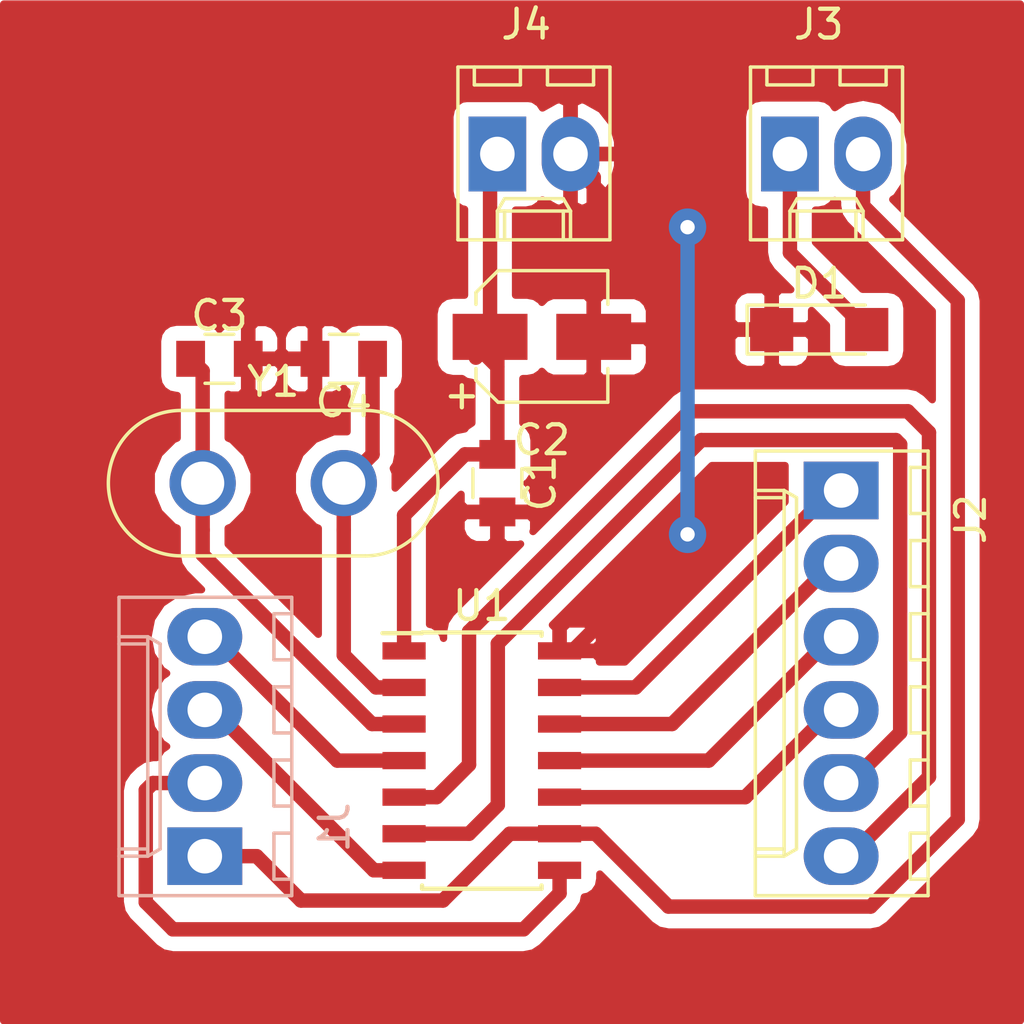
<source format=kicad_pcb>
(kicad_pcb (version 20170123) (host pcbnew "(2017-05-03 revision c70adcdf3)-master")

  (general
    (links 25)
    (no_connects 0)
    (area 104.14 47.8365 139.700001 83.820001)
    (thickness 1.6)
    (drawings 0)
    (tracks 101)
    (zones 0)
    (modules 11)
    (nets 16)
  )

  (page A4)
  (layers
    (0 F.Cu signal)
    (31 B.Cu signal)
    (32 B.Adhes user)
    (33 F.Adhes user)
    (34 B.Paste user)
    (35 F.Paste user)
    (36 B.SilkS user)
    (37 F.SilkS user)
    (38 B.Mask user)
    (39 F.Mask user)
    (40 Dwgs.User user)
    (41 Cmts.User user)
    (42 Eco1.User user)
    (43 Eco2.User user)
    (44 Edge.Cuts user)
    (45 Margin user)
    (46 B.CrtYd user)
    (47 F.CrtYd user)
    (48 B.Fab user)
    (49 F.Fab user)
  )

  (setup
    (last_trace_width 0.5)
    (trace_clearance 0.5)
    (zone_clearance 0.508)
    (zone_45_only no)
    (trace_min 0.2)
    (segment_width 0.2)
    (edge_width 0.15)
    (via_size 1.3)
    (via_drill 0.5)
    (via_min_size 0.4)
    (via_min_drill 0.3)
    (uvia_size 0.3)
    (uvia_drill 0.1)
    (uvias_allowed no)
    (uvia_min_size 0.2)
    (uvia_min_drill 0.1)
    (pcb_text_width 0.3)
    (pcb_text_size 1.5 1.5)
    (mod_edge_width 0.15)
    (mod_text_size 1 1)
    (mod_text_width 0.15)
    (pad_size 1.524 1.524)
    (pad_drill 0.762)
    (pad_to_mask_clearance 0.2)
    (aux_axis_origin 0 0)
    (visible_elements FFFFFF7F)
    (pcbplotparams
      (layerselection 0x00030_ffffffff)
      (usegerberextensions false)
      (excludeedgelayer true)
      (linewidth 0.100000)
      (plotframeref false)
      (viasonmask false)
      (mode 1)
      (useauxorigin false)
      (hpglpennumber 1)
      (hpglpenspeed 20)
      (hpglpendiameter 15)
      (psnegative false)
      (psa4output false)
      (plotreference true)
      (plotvalue true)
      (plotinvisibletext false)
      (padsonsilk false)
      (subtractmaskfromsilk false)
      (outputformat 1)
      (mirror false)
      (drillshape 1)
      (scaleselection 1)
      (outputdirectory ""))
  )

  (net 0 "")
  (net 1 GND)
  (net 2 "Net-(D1-Pad2)")
  (net 3 /adc0)
  (net 4 /adc1)
  (net 5 /adc2)
  (net 6 /adc3)
  (net 7 /sck)
  (net 8 /miso)
  (net 9 /mosi)
  (net 10 "Net-(J2-Pad5)")
  (net 11 /ckout)
  (net 12 /reset)
  (net 13 /xtal2)
  (net 14 /xtal1)
  (net 15 +3V3)

  (net_class Default "This is the default net class."
    (clearance 0.5)
    (trace_width 0.5)
    (via_dia 1.3)
    (via_drill 0.5)
    (uvia_dia 0.3)
    (uvia_drill 0.1)
    (add_net +3V3)
    (add_net /adc0)
    (add_net /adc1)
    (add_net /adc2)
    (add_net /adc3)
    (add_net /ckout)
    (add_net /miso)
    (add_net /mosi)
    (add_net /reset)
    (add_net /sck)
    (add_net /xtal1)
    (add_net /xtal2)
    (add_net GND)
    (add_net "Net-(D1-Pad2)")
    (add_net "Net-(J2-Pad5)")
  )

  (module Connectors_Molex:Molex_KK-6410-02_02x2.54mm_Straight (layer F.Cu) (tedit 58EE6EE4) (tstamp 593B83A4)
    (at 121.412 53.594)
    (descr "Connector Headers with Friction Lock, 22-27-2021, http://www.molex.com/pdm_docs/sd/022272021_sd.pdf")
    (tags "connector molex kk_6410 22-27-2021")
    (path /59374EBB)
    (fp_text reference J4 (at 1 -4.5) (layer F.SilkS)
      (effects (font (size 1 1) (thickness 0.15)))
    )
    (fp_text value CONN_01X02 (at 1.27 4.5) (layer F.Fab)
      (effects (font (size 1 1) (thickness 0.15)))
    )
    (fp_text user %R (at 1.27 0) (layer F.Fab)
      (effects (font (size 1 1) (thickness 0.15)))
    )
    (fp_line (start 4.45 3.5) (end -1.9 3.5) (layer F.CrtYd) (width 0.05))
    (fp_line (start 4.45 -3.55) (end 4.45 3.5) (layer F.CrtYd) (width 0.05))
    (fp_line (start -1.9 -3.55) (end 4.45 -3.55) (layer F.CrtYd) (width 0.05))
    (fp_line (start -1.9 3.5) (end -1.9 -3.55) (layer F.CrtYd) (width 0.05))
    (fp_line (start 3.34 -2.4) (end 3.34 -3.02) (layer F.SilkS) (width 0.12))
    (fp_line (start 1.74 -2.4) (end 3.34 -2.4) (layer F.SilkS) (width 0.12))
    (fp_line (start 1.74 -3.02) (end 1.74 -2.4) (layer F.SilkS) (width 0.12))
    (fp_line (start 0.8 -2.4) (end 0.8 -3.02) (layer F.SilkS) (width 0.12))
    (fp_line (start -0.8 -2.4) (end 0.8 -2.4) (layer F.SilkS) (width 0.12))
    (fp_line (start -0.8 -3.02) (end -0.8 -2.4) (layer F.SilkS) (width 0.12))
    (fp_line (start 2.29 2.98) (end 2.29 1.98) (layer F.SilkS) (width 0.12))
    (fp_line (start 0.25 2.98) (end 0.25 1.98) (layer F.SilkS) (width 0.12))
    (fp_line (start 2.29 1.55) (end 2.54 1.98) (layer F.SilkS) (width 0.12))
    (fp_line (start 0.25 1.55) (end 2.29 1.55) (layer F.SilkS) (width 0.12))
    (fp_line (start 0 1.98) (end 0.25 1.55) (layer F.SilkS) (width 0.12))
    (fp_line (start 2.54 1.98) (end 2.54 2.98) (layer F.SilkS) (width 0.12))
    (fp_line (start 0 1.98) (end 2.54 1.98) (layer F.SilkS) (width 0.12))
    (fp_line (start 0 2.98) (end 0 1.98) (layer F.SilkS) (width 0.12))
    (fp_line (start 3.91 -3.02) (end -1.37 -3.02) (layer F.SilkS) (width 0.12))
    (fp_line (start 3.91 2.98) (end 3.91 -3.02) (layer F.SilkS) (width 0.12))
    (fp_line (start -1.37 2.98) (end 3.91 2.98) (layer F.SilkS) (width 0.12))
    (fp_line (start -1.37 -3.02) (end -1.37 2.98) (layer F.SilkS) (width 0.12))
    (fp_line (start 4.01 -3.12) (end -1.47 -3.12) (layer F.Fab) (width 0.12))
    (fp_line (start 4.01 3.08) (end 4.01 -3.12) (layer F.Fab) (width 0.12))
    (fp_line (start -1.47 3.08) (end 4.01 3.08) (layer F.Fab) (width 0.12))
    (fp_line (start -1.47 -3.12) (end -1.47 3.08) (layer F.Fab) (width 0.12))
    (pad 2 thru_hole oval (at 2.54 0) (size 2 2.6) (drill 1.2) (layers *.Cu *.Mask)
      (net 1 GND))
    (pad 1 thru_hole rect (at 0 0) (size 2 2.6) (drill 1.2) (layers *.Cu *.Mask)
      (net 15 +3V3))
    (model ${KISYS3DMOD}/Connectors_Molex.3dshapes/Molex_KK-6410-02_02x2.54mm_Straight.wrl
      (at (xyz 0 0 0))
      (scale (xyz 1 1 1))
      (rotate (xyz 0 0 0))
    )
  )

  (module Capacitors_SMD:CP_Elec_4x4.5 (layer F.Cu) (tedit 58AA85E3) (tstamp 593AE125)
    (at 122.958 59.944)
    (descr "SMT capacitor, aluminium electrolytic, 4x4.5")
    (path /59371E5E)
    (attr smd)
    (fp_text reference C2 (at 0 3.58 180) (layer F.SilkS)
      (effects (font (size 1 1) (thickness 0.15)))
    )
    (fp_text value 4.7u (at 0 -3.45 180) (layer F.Fab)
      (effects (font (size 1 1) (thickness 0.15)))
    )
    (fp_line (start 3.35 2.37) (end -3.35 2.37) (layer F.CrtYd) (width 0.05))
    (fp_line (start 3.35 2.37) (end 3.35 -2.4) (layer F.CrtYd) (width 0.05))
    (fp_line (start -3.35 -2.4) (end -3.35 2.37) (layer F.CrtYd) (width 0.05))
    (fp_line (start -3.35 -2.4) (end 3.35 -2.4) (layer F.CrtYd) (width 0.05))
    (fp_line (start -1.52 2.27) (end -2.29 1.51) (layer F.SilkS) (width 0.12))
    (fp_line (start -1.52 2.27) (end 2.29 2.27) (layer F.SilkS) (width 0.12))
    (fp_line (start -1.52 -2.3) (end -2.29 -1.54) (layer F.SilkS) (width 0.12))
    (fp_line (start -1.52 -2.3) (end 2.29 -2.3) (layer F.SilkS) (width 0.12))
    (fp_line (start -2.29 -1.54) (end -2.29 -1.13) (layer F.SilkS) (width 0.12))
    (fp_line (start -2.29 1.51) (end -2.29 1.1) (layer F.SilkS) (width 0.12))
    (fp_line (start 2.29 2.27) (end 2.29 1.1) (layer F.SilkS) (width 0.12))
    (fp_line (start 2.29 -2.3) (end 2.29 -1.13) (layer F.SilkS) (width 0.12))
    (fp_line (start 2.13 -2.15) (end -1.46 -2.15) (layer F.Fab) (width 0.1))
    (fp_line (start -1.46 -2.15) (end -2.13 -1.47) (layer F.Fab) (width 0.1))
    (fp_line (start -2.13 -1.47) (end -2.13 1.45) (layer F.Fab) (width 0.1))
    (fp_line (start -2.13 1.45) (end -1.46 2.12) (layer F.Fab) (width 0.1))
    (fp_line (start -1.46 2.12) (end 2.13 2.12) (layer F.Fab) (width 0.1))
    (fp_line (start 2.13 2.12) (end 2.13 -2.15) (layer F.Fab) (width 0.1))
    (fp_text user %R (at 0 3.58 180) (layer F.Fab)
      (effects (font (size 1 1) (thickness 0.15)))
    )
    (fp_text user + (at -2.78 1.99 180) (layer F.SilkS)
      (effects (font (size 1 1) (thickness 0.15)))
    )
    (fp_text user + (at -1.24 -0.08) (layer F.Fab)
      (effects (font (size 1 1) (thickness 0.15)))
    )
    (fp_circle (center 0 0) (end 0.1 2.1) (layer F.Fab) (width 0.1))
    (pad 2 smd rect (at 1.8 0 180) (size 2.6 1.6) (layers F.Cu F.Paste F.Mask)
      (net 1 GND))
    (pad 1 smd rect (at -1.8 0 180) (size 2.6 1.6) (layers F.Cu F.Paste F.Mask)
      (net 15 +3V3))
    (model Capacitors_SMD.3dshapes/CP_Elec_4x4.5.wrl
      (at (xyz 0 0 0))
      (scale (xyz 1 1 1))
      (rotate (xyz 0 0 180))
    )
  )

  (module Capacitors_SMD:C_0805 (layer F.Cu) (tedit 58AA8463) (tstamp 593AE0D5)
    (at 111.76 60.706)
    (descr "Capacitor SMD 0805, reflow soldering, AVX (see smccp.pdf)")
    (tags "capacitor 0805")
    (path /59373790)
    (attr smd)
    (fp_text reference C3 (at 0 -1.5) (layer F.SilkS)
      (effects (font (size 1 1) (thickness 0.15)))
    )
    (fp_text value 22p (at 0 1.75) (layer F.Fab)
      (effects (font (size 1 1) (thickness 0.15)))
    )
    (fp_line (start 1.75 0.87) (end -1.75 0.87) (layer F.CrtYd) (width 0.05))
    (fp_line (start 1.75 0.87) (end 1.75 -0.88) (layer F.CrtYd) (width 0.05))
    (fp_line (start -1.75 -0.88) (end -1.75 0.87) (layer F.CrtYd) (width 0.05))
    (fp_line (start -1.75 -0.88) (end 1.75 -0.88) (layer F.CrtYd) (width 0.05))
    (fp_line (start -0.5 0.85) (end 0.5 0.85) (layer F.SilkS) (width 0.12))
    (fp_line (start 0.5 -0.85) (end -0.5 -0.85) (layer F.SilkS) (width 0.12))
    (fp_line (start -1 -0.62) (end 1 -0.62) (layer F.Fab) (width 0.1))
    (fp_line (start 1 -0.62) (end 1 0.62) (layer F.Fab) (width 0.1))
    (fp_line (start 1 0.62) (end -1 0.62) (layer F.Fab) (width 0.1))
    (fp_line (start -1 0.62) (end -1 -0.62) (layer F.Fab) (width 0.1))
    (fp_text user %R (at 0 -1.5) (layer F.Fab)
      (effects (font (size 1 1) (thickness 0.15)))
    )
    (pad 2 smd rect (at 1 0) (size 1 1.25) (layers F.Cu F.Paste F.Mask)
      (net 1 GND))
    (pad 1 smd rect (at -1 0) (size 1 1.25) (layers F.Cu F.Paste F.Mask)
      (net 13 /xtal2))
    (model Capacitors_SMD.3dshapes/C_0805.wrl
      (at (xyz 0 0 0))
      (scale (xyz 1 1 1))
      (rotate (xyz 0 0 0))
    )
  )

  (module Capacitors_SMD:C_0805 (layer F.Cu) (tedit 58AA8463) (tstamp 59399F28)
    (at 116.078 60.706 180)
    (descr "Capacitor SMD 0805, reflow soldering, AVX (see smccp.pdf)")
    (tags "capacitor 0805")
    (path /59373860)
    (attr smd)
    (fp_text reference C4 (at 0 -1.5 180) (layer F.SilkS)
      (effects (font (size 1 1) (thickness 0.15)))
    )
    (fp_text value 22p (at 0 1.75 180) (layer F.Fab)
      (effects (font (size 1 1) (thickness 0.15)))
    )
    (fp_text user %R (at 0 -1.5 180) (layer F.Fab)
      (effects (font (size 1 1) (thickness 0.15)))
    )
    (fp_line (start -1 0.62) (end -1 -0.62) (layer F.Fab) (width 0.1))
    (fp_line (start 1 0.62) (end -1 0.62) (layer F.Fab) (width 0.1))
    (fp_line (start 1 -0.62) (end 1 0.62) (layer F.Fab) (width 0.1))
    (fp_line (start -1 -0.62) (end 1 -0.62) (layer F.Fab) (width 0.1))
    (fp_line (start 0.5 -0.85) (end -0.5 -0.85) (layer F.SilkS) (width 0.12))
    (fp_line (start -0.5 0.85) (end 0.5 0.85) (layer F.SilkS) (width 0.12))
    (fp_line (start -1.75 -0.88) (end 1.75 -0.88) (layer F.CrtYd) (width 0.05))
    (fp_line (start -1.75 -0.88) (end -1.75 0.87) (layer F.CrtYd) (width 0.05))
    (fp_line (start 1.75 0.87) (end 1.75 -0.88) (layer F.CrtYd) (width 0.05))
    (fp_line (start 1.75 0.87) (end -1.75 0.87) (layer F.CrtYd) (width 0.05))
    (pad 1 smd rect (at -1 0 180) (size 1 1.25) (layers F.Cu F.Paste F.Mask)
      (net 14 /xtal1))
    (pad 2 smd rect (at 1 0 180) (size 1 1.25) (layers F.Cu F.Paste F.Mask)
      (net 1 GND))
    (model Capacitors_SMD.3dshapes/C_0805.wrl
      (at (xyz 0 0 0))
      (scale (xyz 1 1 1))
      (rotate (xyz 0 0 0))
    )
  )

  (module Capacitors_SMD:C_0805 (layer F.Cu) (tedit 58AA8463) (tstamp 59399EF7)
    (at 121.412 65.024 270)
    (descr "Capacitor SMD 0805, reflow soldering, AVX (see smccp.pdf)")
    (tags "capacitor 0805")
    (path /59371DBA)
    (attr smd)
    (fp_text reference C1 (at 0 -1.5 270) (layer F.SilkS)
      (effects (font (size 1 1) (thickness 0.15)))
    )
    (fp_text value 0.1u (at 0 1.75 270) (layer F.Fab)
      (effects (font (size 1 1) (thickness 0.15)))
    )
    (fp_line (start 1.75 0.87) (end -1.75 0.87) (layer F.CrtYd) (width 0.05))
    (fp_line (start 1.75 0.87) (end 1.75 -0.88) (layer F.CrtYd) (width 0.05))
    (fp_line (start -1.75 -0.88) (end -1.75 0.87) (layer F.CrtYd) (width 0.05))
    (fp_line (start -1.75 -0.88) (end 1.75 -0.88) (layer F.CrtYd) (width 0.05))
    (fp_line (start -0.5 0.85) (end 0.5 0.85) (layer F.SilkS) (width 0.12))
    (fp_line (start 0.5 -0.85) (end -0.5 -0.85) (layer F.SilkS) (width 0.12))
    (fp_line (start -1 -0.62) (end 1 -0.62) (layer F.Fab) (width 0.1))
    (fp_line (start 1 -0.62) (end 1 0.62) (layer F.Fab) (width 0.1))
    (fp_line (start 1 0.62) (end -1 0.62) (layer F.Fab) (width 0.1))
    (fp_line (start -1 0.62) (end -1 -0.62) (layer F.Fab) (width 0.1))
    (fp_text user %R (at 0 -1.5 270) (layer F.Fab)
      (effects (font (size 1 1) (thickness 0.15)))
    )
    (pad 2 smd rect (at 1 0 270) (size 1 1.25) (layers F.Cu F.Paste F.Mask)
      (net 1 GND))
    (pad 1 smd rect (at -1 0 270) (size 1 1.25) (layers F.Cu F.Paste F.Mask)
      (net 15 +3V3))
    (model Capacitors_SMD.3dshapes/C_0805.wrl
      (at (xyz 0 0 0))
      (scale (xyz 1 1 1))
      (rotate (xyz 0 0 0))
    )
  )

  (module Connectors_Molex:Molex_KK-6410-02_02x2.54mm_Straight (layer F.Cu) (tedit 58EE6EE4) (tstamp 59399D5B)
    (at 131.572 53.594)
    (descr "Connector Headers with Friction Lock, 22-27-2021, http://www.molex.com/pdm_docs/sd/022272021_sd.pdf")
    (tags "connector molex kk_6410 22-27-2021")
    (path /593741A9)
    (fp_text reference J3 (at 1 -4.5) (layer F.SilkS)
      (effects (font (size 1 1) (thickness 0.15)))
    )
    (fp_text value SCKLED (at 1.27 4.5) (layer F.Fab)
      (effects (font (size 1 1) (thickness 0.15)))
    )
    (fp_text user %R (at 1.27 0) (layer F.Fab)
      (effects (font (size 1 1) (thickness 0.15)))
    )
    (fp_line (start 4.45 3.5) (end -1.9 3.5) (layer F.CrtYd) (width 0.05))
    (fp_line (start 4.45 -3.55) (end 4.45 3.5) (layer F.CrtYd) (width 0.05))
    (fp_line (start -1.9 -3.55) (end 4.45 -3.55) (layer F.CrtYd) (width 0.05))
    (fp_line (start -1.9 3.5) (end -1.9 -3.55) (layer F.CrtYd) (width 0.05))
    (fp_line (start 3.34 -2.4) (end 3.34 -3.02) (layer F.SilkS) (width 0.12))
    (fp_line (start 1.74 -2.4) (end 3.34 -2.4) (layer F.SilkS) (width 0.12))
    (fp_line (start 1.74 -3.02) (end 1.74 -2.4) (layer F.SilkS) (width 0.12))
    (fp_line (start 0.8 -2.4) (end 0.8 -3.02) (layer F.SilkS) (width 0.12))
    (fp_line (start -0.8 -2.4) (end 0.8 -2.4) (layer F.SilkS) (width 0.12))
    (fp_line (start -0.8 -3.02) (end -0.8 -2.4) (layer F.SilkS) (width 0.12))
    (fp_line (start 2.29 2.98) (end 2.29 1.98) (layer F.SilkS) (width 0.12))
    (fp_line (start 0.25 2.98) (end 0.25 1.98) (layer F.SilkS) (width 0.12))
    (fp_line (start 2.29 1.55) (end 2.54 1.98) (layer F.SilkS) (width 0.12))
    (fp_line (start 0.25 1.55) (end 2.29 1.55) (layer F.SilkS) (width 0.12))
    (fp_line (start 0 1.98) (end 0.25 1.55) (layer F.SilkS) (width 0.12))
    (fp_line (start 2.54 1.98) (end 2.54 2.98) (layer F.SilkS) (width 0.12))
    (fp_line (start 0 1.98) (end 2.54 1.98) (layer F.SilkS) (width 0.12))
    (fp_line (start 0 2.98) (end 0 1.98) (layer F.SilkS) (width 0.12))
    (fp_line (start 3.91 -3.02) (end -1.37 -3.02) (layer F.SilkS) (width 0.12))
    (fp_line (start 3.91 2.98) (end 3.91 -3.02) (layer F.SilkS) (width 0.12))
    (fp_line (start -1.37 2.98) (end 3.91 2.98) (layer F.SilkS) (width 0.12))
    (fp_line (start -1.37 -3.02) (end -1.37 2.98) (layer F.SilkS) (width 0.12))
    (fp_line (start 4.01 -3.12) (end -1.47 -3.12) (layer F.Fab) (width 0.12))
    (fp_line (start 4.01 3.08) (end 4.01 -3.12) (layer F.Fab) (width 0.12))
    (fp_line (start -1.47 3.08) (end 4.01 3.08) (layer F.Fab) (width 0.12))
    (fp_line (start -1.47 -3.12) (end -1.47 3.08) (layer F.Fab) (width 0.12))
    (pad 2 thru_hole oval (at 2.54 0) (size 2 2.6) (drill 1.2) (layers *.Cu *.Mask)
      (net 7 /sck))
    (pad 1 thru_hole rect (at 0 0) (size 2 2.6) (drill 1.2) (layers *.Cu *.Mask)
      (net 2 "Net-(D1-Pad2)"))
    (model ${KISYS3DMOD}/Connectors_Molex.3dshapes/Molex_KK-6410-02_02x2.54mm_Straight.wrl
      (at (xyz 0 0 0))
      (scale (xyz 1 1 1))
      (rotate (xyz 0 0 0))
    )
  )

  (module Connectors_Molex:Molex_KK-6410-04_04x2.54mm_Straight (layer B.Cu) (tedit 58EE6EE8) (tstamp 59399CEA)
    (at 111.252 77.978 90)
    (descr "Connector Headers with Friction Lock, 22-27-2041, http://www.molex.com/pdm_docs/sd/022272021_sd.pdf")
    (tags "connector molex kk_6410 22-27-2041")
    (path /593734C1)
    (fp_text reference J1 (at 1 4.5 90) (layer B.SilkS)
      (effects (font (size 1 1) (thickness 0.15)) (justify mirror))
    )
    (fp_text value SPI (at 3.81 -4.5 90) (layer B.Fab)
      (effects (font (size 1 1) (thickness 0.15)) (justify mirror))
    )
    (fp_text user %R (at 3.81 0 90) (layer B.Fab)
      (effects (font (size 1 1) (thickness 0.15)) (justify mirror))
    )
    (fp_line (start 9.5 -3.5) (end -1.9 -3.5) (layer B.CrtYd) (width 0.05))
    (fp_line (start 9.5 3.55) (end 9.5 -3.5) (layer B.CrtYd) (width 0.05))
    (fp_line (start -1.9 3.55) (end 9.5 3.55) (layer B.CrtYd) (width 0.05))
    (fp_line (start -1.9 -3.5) (end -1.9 3.55) (layer B.CrtYd) (width 0.05))
    (fp_line (start 8.42 2.4) (end 8.42 3.02) (layer B.SilkS) (width 0.12))
    (fp_line (start 6.82 2.4) (end 8.42 2.4) (layer B.SilkS) (width 0.12))
    (fp_line (start 6.82 3.02) (end 6.82 2.4) (layer B.SilkS) (width 0.12))
    (fp_line (start 5.88 2.4) (end 5.88 3.02) (layer B.SilkS) (width 0.12))
    (fp_line (start 4.28 2.4) (end 5.88 2.4) (layer B.SilkS) (width 0.12))
    (fp_line (start 4.28 3.02) (end 4.28 2.4) (layer B.SilkS) (width 0.12))
    (fp_line (start 3.34 2.4) (end 3.34 3.02) (layer B.SilkS) (width 0.12))
    (fp_line (start 1.74 2.4) (end 3.34 2.4) (layer B.SilkS) (width 0.12))
    (fp_line (start 1.74 3.02) (end 1.74 2.4) (layer B.SilkS) (width 0.12))
    (fp_line (start 0.8 2.4) (end 0.8 3.02) (layer B.SilkS) (width 0.12))
    (fp_line (start -0.8 2.4) (end 0.8 2.4) (layer B.SilkS) (width 0.12))
    (fp_line (start -0.8 3.02) (end -0.8 2.4) (layer B.SilkS) (width 0.12))
    (fp_line (start 7.37 -2.98) (end 7.37 -1.98) (layer B.SilkS) (width 0.12))
    (fp_line (start 0.25 -2.98) (end 0.25 -1.98) (layer B.SilkS) (width 0.12))
    (fp_line (start 7.37 -1.55) (end 7.62 -1.98) (layer B.SilkS) (width 0.12))
    (fp_line (start 0.25 -1.55) (end 7.37 -1.55) (layer B.SilkS) (width 0.12))
    (fp_line (start 0 -1.98) (end 0.25 -1.55) (layer B.SilkS) (width 0.12))
    (fp_line (start 7.62 -1.98) (end 7.62 -2.98) (layer B.SilkS) (width 0.12))
    (fp_line (start 0 -1.98) (end 7.62 -1.98) (layer B.SilkS) (width 0.12))
    (fp_line (start 0 -2.98) (end 0 -1.98) (layer B.SilkS) (width 0.12))
    (fp_line (start 8.99 3.02) (end -1.37 3.02) (layer B.SilkS) (width 0.12))
    (fp_line (start 8.99 -2.98) (end 8.99 3.02) (layer B.SilkS) (width 0.12))
    (fp_line (start -1.37 -2.98) (end 8.99 -2.98) (layer B.SilkS) (width 0.12))
    (fp_line (start -1.37 3.02) (end -1.37 -2.98) (layer B.SilkS) (width 0.12))
    (fp_line (start 9.09 3.12) (end -1.47 3.12) (layer B.Fab) (width 0.12))
    (fp_line (start 9.09 -3.08) (end 9.09 3.12) (layer B.Fab) (width 0.12))
    (fp_line (start -1.47 -3.08) (end 9.09 -3.08) (layer B.Fab) (width 0.12))
    (fp_line (start -1.47 3.12) (end -1.47 -3.08) (layer B.Fab) (width 0.12))
    (pad 4 thru_hole oval (at 7.62 0 90) (size 2 2.6) (drill 1.2) (layers *.Cu *.Mask)
      (net 12 /reset))
    (pad 3 thru_hole oval (at 5.08 0 90) (size 2 2.6) (drill 1.2) (layers *.Cu *.Mask)
      (net 9 /mosi))
    (pad 2 thru_hole oval (at 2.54 0 90) (size 2 2.6) (drill 1.2) (layers *.Cu *.Mask)
      (net 8 /miso))
    (pad 1 thru_hole rect (at 0 0 90) (size 2 2.6) (drill 1.2) (layers *.Cu *.Mask)
      (net 7 /sck))
    (model ${KISYS3DMOD}/Connectors_Molex.3dshapes/Molex_KK-6410-04_04x2.54mm_Straight.wrl
      (at (xyz 0 0 0))
      (scale (xyz 1 1 1))
      (rotate (xyz 0 0 0))
    )
  )

  (module Connectors_Molex:Molex_KK-6410-06_06x2.54mm_Straight (layer F.Cu) (tedit 58EE6EEB) (tstamp 59399C61)
    (at 133.35 65.278 270)
    (descr "Connector Headers with Friction Lock, 22-27-2061, http://www.molex.com/pdm_docs/sd/022272021_sd.pdf")
    (tags "connector molex kk_6410 22-27-2061")
    (path /59373BBF)
    (fp_text reference J2 (at 1 -4.5 270) (layer F.SilkS)
      (effects (font (size 1 1) (thickness 0.15)))
    )
    (fp_text value OUT (at 6.35 4.5 270) (layer F.Fab)
      (effects (font (size 1 1) (thickness 0.15)))
    )
    (fp_text user %R (at 6.35 0 270) (layer F.Fab)
      (effects (font (size 1 1) (thickness 0.15)))
    )
    (fp_line (start 14.6 3.5) (end -1.9 3.5) (layer F.CrtYd) (width 0.05))
    (fp_line (start 14.6 -3.55) (end 14.6 3.5) (layer F.CrtYd) (width 0.05))
    (fp_line (start -1.9 -3.55) (end 14.6 -3.55) (layer F.CrtYd) (width 0.05))
    (fp_line (start -1.9 3.5) (end -1.9 -3.55) (layer F.CrtYd) (width 0.05))
    (fp_line (start 13.5 -2.4) (end 13.5 -3.02) (layer F.SilkS) (width 0.12))
    (fp_line (start 11.9 -2.4) (end 13.5 -2.4) (layer F.SilkS) (width 0.12))
    (fp_line (start 11.9 -3.02) (end 11.9 -2.4) (layer F.SilkS) (width 0.12))
    (fp_line (start 10.96 -2.4) (end 10.96 -3.02) (layer F.SilkS) (width 0.12))
    (fp_line (start 9.36 -2.4) (end 10.96 -2.4) (layer F.SilkS) (width 0.12))
    (fp_line (start 9.36 -3.02) (end 9.36 -2.4) (layer F.SilkS) (width 0.12))
    (fp_line (start 8.42 -2.4) (end 8.42 -3.02) (layer F.SilkS) (width 0.12))
    (fp_line (start 6.82 -2.4) (end 8.42 -2.4) (layer F.SilkS) (width 0.12))
    (fp_line (start 6.82 -3.02) (end 6.82 -2.4) (layer F.SilkS) (width 0.12))
    (fp_line (start 5.88 -2.4) (end 5.88 -3.02) (layer F.SilkS) (width 0.12))
    (fp_line (start 4.28 -2.4) (end 5.88 -2.4) (layer F.SilkS) (width 0.12))
    (fp_line (start 4.28 -3.02) (end 4.28 -2.4) (layer F.SilkS) (width 0.12))
    (fp_line (start 3.34 -2.4) (end 3.34 -3.02) (layer F.SilkS) (width 0.12))
    (fp_line (start 1.74 -2.4) (end 3.34 -2.4) (layer F.SilkS) (width 0.12))
    (fp_line (start 1.74 -3.02) (end 1.74 -2.4) (layer F.SilkS) (width 0.12))
    (fp_line (start 0.8 -2.4) (end 0.8 -3.02) (layer F.SilkS) (width 0.12))
    (fp_line (start -0.8 -2.4) (end 0.8 -2.4) (layer F.SilkS) (width 0.12))
    (fp_line (start -0.8 -3.02) (end -0.8 -2.4) (layer F.SilkS) (width 0.12))
    (fp_line (start 12.45 2.98) (end 12.45 1.98) (layer F.SilkS) (width 0.12))
    (fp_line (start 0.25 2.98) (end 0.25 1.98) (layer F.SilkS) (width 0.12))
    (fp_line (start 12.45 1.55) (end 12.7 1.98) (layer F.SilkS) (width 0.12))
    (fp_line (start 0.25 1.55) (end 12.45 1.55) (layer F.SilkS) (width 0.12))
    (fp_line (start 0 1.98) (end 0.25 1.55) (layer F.SilkS) (width 0.12))
    (fp_line (start 12.7 1.98) (end 12.7 2.98) (layer F.SilkS) (width 0.12))
    (fp_line (start 0 1.98) (end 12.7 1.98) (layer F.SilkS) (width 0.12))
    (fp_line (start 0 2.98) (end 0 1.98) (layer F.SilkS) (width 0.12))
    (fp_line (start 14.07 -3.02) (end -1.37 -3.02) (layer F.SilkS) (width 0.12))
    (fp_line (start 14.07 2.98) (end 14.07 -3.02) (layer F.SilkS) (width 0.12))
    (fp_line (start -1.37 2.98) (end 14.07 2.98) (layer F.SilkS) (width 0.12))
    (fp_line (start -1.37 -3.02) (end -1.37 2.98) (layer F.SilkS) (width 0.12))
    (fp_line (start 14.17 -3.12) (end -1.47 -3.12) (layer F.Fab) (width 0.12))
    (fp_line (start 14.17 3.08) (end 14.17 -3.12) (layer F.Fab) (width 0.12))
    (fp_line (start -1.47 3.08) (end 14.17 3.08) (layer F.Fab) (width 0.12))
    (fp_line (start -1.47 -3.12) (end -1.47 3.08) (layer F.Fab) (width 0.12))
    (pad 6 thru_hole oval (at 12.7 0 270) (size 2 2.6) (drill 1.2) (layers *.Cu *.Mask)
      (net 11 /ckout))
    (pad 5 thru_hole oval (at 10.16 0 270) (size 2 2.6) (drill 1.2) (layers *.Cu *.Mask)
      (net 10 "Net-(J2-Pad5)"))
    (pad 4 thru_hole oval (at 7.62 0 270) (size 2 2.6) (drill 1.2) (layers *.Cu *.Mask)
      (net 6 /adc3))
    (pad 3 thru_hole oval (at 5.08 0 270) (size 2 2.6) (drill 1.2) (layers *.Cu *.Mask)
      (net 5 /adc2))
    (pad 2 thru_hole oval (at 2.54 0 270) (size 2 2.6) (drill 1.2) (layers *.Cu *.Mask)
      (net 4 /adc1))
    (pad 1 thru_hole rect (at 0 0 270) (size 2 2.6) (drill 1.2) (layers *.Cu *.Mask)
      (net 3 /adc0))
    (model ${KISYS3DMOD}/Connectors_Molex.3dshapes/Molex_KK-6410-06_06x2.54mm_Straight.wrl
      (at (xyz 0 0 0))
      (scale (xyz 1 1 1))
      (rotate (xyz 0 0 0))
    )
  )

  (module Crystals:Crystal_HC50_Vertical (layer F.Cu) (tedit 58CD2E9C) (tstamp 59399C04)
    (at 111.178 65.024)
    (descr "Crystal THT HC-50, http://www.crovencrystals.com/croven_pdf/HC-50_Crystal_Holder_Rev_00.pdf")
    (tags "THT crystalHC-50")
    (path /593736B0)
    (fp_text reference Y1 (at 2.45 -3.525) (layer F.SilkS)
      (effects (font (size 1 1) (thickness 0.15)))
    )
    (fp_text value 12000 (at 2.45 3.525) (layer F.Fab)
      (effects (font (size 1 1) (thickness 0.15)))
    )
    (fp_arc (start 5.65 0) (end 5.65 -2.525) (angle 180) (layer F.SilkS) (width 0.12))
    (fp_arc (start -0.75 0) (end -0.75 -2.525) (angle -180) (layer F.SilkS) (width 0.12))
    (fp_arc (start 5.65 0) (end 5.65 -1.9) (angle 180) (layer F.Fab) (width 0.1))
    (fp_arc (start -0.75 0) (end -0.75 -1.9) (angle -180) (layer F.Fab) (width 0.1))
    (fp_arc (start 5.65 0) (end 5.65 -2.325) (angle 180) (layer F.Fab) (width 0.1))
    (fp_arc (start -0.75 0) (end -0.75 -2.325) (angle -180) (layer F.Fab) (width 0.1))
    (fp_line (start 8.5 -2.8) (end -3.6 -2.8) (layer F.CrtYd) (width 0.05))
    (fp_line (start 8.5 2.8) (end 8.5 -2.8) (layer F.CrtYd) (width 0.05))
    (fp_line (start -3.6 2.8) (end 8.5 2.8) (layer F.CrtYd) (width 0.05))
    (fp_line (start -3.6 -2.8) (end -3.6 2.8) (layer F.CrtYd) (width 0.05))
    (fp_line (start -0.75 2.525) (end 5.65 2.525) (layer F.SilkS) (width 0.12))
    (fp_line (start -0.75 -2.525) (end 5.65 -2.525) (layer F.SilkS) (width 0.12))
    (fp_line (start -0.75 1.9) (end 5.65 1.9) (layer F.Fab) (width 0.1))
    (fp_line (start -0.75 -1.9) (end 5.65 -1.9) (layer F.Fab) (width 0.1))
    (fp_line (start -0.75 2.325) (end 5.65 2.325) (layer F.Fab) (width 0.1))
    (fp_line (start -0.75 -2.325) (end 5.65 -2.325) (layer F.Fab) (width 0.1))
    (fp_text user %R (at 2.45 0) (layer F.Fab)
      (effects (font (size 1 1) (thickness 0.15)))
    )
    (pad 2 thru_hole circle (at 4.9 0) (size 2.3 2.3) (drill 1.5) (layers *.Cu *.Mask)
      (net 14 /xtal1))
    (pad 1 thru_hole circle (at 0 0) (size 2.3 2.3) (drill 1.5) (layers *.Cu *.Mask)
      (net 13 /xtal2))
    (model ${KISYS3DMOD}/Crystals.3dshapes/Crystal_HC50_Vertical.wrl
      (at (xyz 0 0 0))
      (scale (xyz 0.393701 0.393701 0.393701))
      (rotate (xyz 0 0 0))
    )
  )

  (module Housings_SOIC:SOIC-14_3.9x8.7mm_Pitch1.27mm (layer F.Cu) (tedit 58CC8F64) (tstamp 59399BA9)
    (at 120.872143 74.6585)
    (descr "14-Lead Plastic Small Outline (SL) - Narrow, 3.90 mm Body [SOIC] (see Microchip Packaging Specification 00000049BS.pdf)")
    (tags "SOIC 1.27")
    (path /59371C1F)
    (attr smd)
    (fp_text reference U1 (at 0 -5.375) (layer F.SilkS)
      (effects (font (size 1 1) (thickness 0.15)))
    )
    (fp_text value ATTINY24A-SSU (at 0 5.375) (layer F.Fab)
      (effects (font (size 1 1) (thickness 0.15)))
    )
    (fp_line (start -2.075 -4.425) (end -3.45 -4.425) (layer F.SilkS) (width 0.15))
    (fp_line (start -2.075 4.45) (end 2.075 4.45) (layer F.SilkS) (width 0.15))
    (fp_line (start -2.075 -4.45) (end 2.075 -4.45) (layer F.SilkS) (width 0.15))
    (fp_line (start -2.075 4.45) (end -2.075 4.335) (layer F.SilkS) (width 0.15))
    (fp_line (start 2.075 4.45) (end 2.075 4.335) (layer F.SilkS) (width 0.15))
    (fp_line (start 2.075 -4.45) (end 2.075 -4.335) (layer F.SilkS) (width 0.15))
    (fp_line (start -2.075 -4.45) (end -2.075 -4.425) (layer F.SilkS) (width 0.15))
    (fp_line (start -3.7 4.65) (end 3.7 4.65) (layer F.CrtYd) (width 0.05))
    (fp_line (start -3.7 -4.65) (end 3.7 -4.65) (layer F.CrtYd) (width 0.05))
    (fp_line (start 3.7 -4.65) (end 3.7 4.65) (layer F.CrtYd) (width 0.05))
    (fp_line (start -3.7 -4.65) (end -3.7 4.65) (layer F.CrtYd) (width 0.05))
    (fp_line (start -1.95 -3.35) (end -0.95 -4.35) (layer F.Fab) (width 0.15))
    (fp_line (start -1.95 4.35) (end -1.95 -3.35) (layer F.Fab) (width 0.15))
    (fp_line (start 1.95 4.35) (end -1.95 4.35) (layer F.Fab) (width 0.15))
    (fp_line (start 1.95 -4.35) (end 1.95 4.35) (layer F.Fab) (width 0.15))
    (fp_line (start -0.95 -4.35) (end 1.95 -4.35) (layer F.Fab) (width 0.15))
    (fp_text user %R (at 0 0) (layer F.Fab)
      (effects (font (size 0.9 0.9) (thickness 0.135)))
    )
    (pad 14 smd rect (at 2.7 -3.81) (size 1.5 0.6) (layers F.Cu F.Paste F.Mask)
      (net 1 GND))
    (pad 13 smd rect (at 2.7 -2.54) (size 1.5 0.6) (layers F.Cu F.Paste F.Mask)
      (net 3 /adc0))
    (pad 12 smd rect (at 2.7 -1.27) (size 1.5 0.6) (layers F.Cu F.Paste F.Mask)
      (net 4 /adc1))
    (pad 11 smd rect (at 2.7 0) (size 1.5 0.6) (layers F.Cu F.Paste F.Mask)
      (net 5 /adc2))
    (pad 10 smd rect (at 2.7 1.27) (size 1.5 0.6) (layers F.Cu F.Paste F.Mask)
      (net 6 /adc3))
    (pad 9 smd rect (at 2.7 2.54) (size 1.5 0.6) (layers F.Cu F.Paste F.Mask)
      (net 7 /sck))
    (pad 8 smd rect (at 2.7 3.81) (size 1.5 0.6) (layers F.Cu F.Paste F.Mask)
      (net 8 /miso))
    (pad 7 smd rect (at -2.7 3.81) (size 1.5 0.6) (layers F.Cu F.Paste F.Mask)
      (net 9 /mosi))
    (pad 6 smd rect (at -2.7 2.54) (size 1.5 0.6) (layers F.Cu F.Paste F.Mask)
      (net 10 "Net-(J2-Pad5)"))
    (pad 5 smd rect (at -2.7 1.27) (size 1.5 0.6) (layers F.Cu F.Paste F.Mask)
      (net 11 /ckout))
    (pad 4 smd rect (at -2.7 0) (size 1.5 0.6) (layers F.Cu F.Paste F.Mask)
      (net 12 /reset))
    (pad 3 smd rect (at -2.7 -1.27) (size 1.5 0.6) (layers F.Cu F.Paste F.Mask)
      (net 13 /xtal2))
    (pad 2 smd rect (at -2.7 -2.54) (size 1.5 0.6) (layers F.Cu F.Paste F.Mask)
      (net 14 /xtal1))
    (pad 1 smd rect (at -2.7 -3.81) (size 1.5 0.6) (layers F.Cu F.Paste F.Mask)
      (net 15 +3V3))
    (model Housings_SOIC.3dshapes/SOIC-14_3.9x8.7mm_Pitch1.27mm.wrl
      (at (xyz 0 0 0))
      (scale (xyz 1 1 1))
      (rotate (xyz 0 0 0))
    )
  )

  (module LEDs:LED_1206 (layer F.Cu) (tedit 57FE943C) (tstamp 59399B5E)
    (at 132.588 59.69)
    (descr "LED 1206 smd package")
    (tags "LED led 1206 SMD smd SMT smt smdled SMDLED smtled SMTLED")
    (path /593742DF)
    (attr smd)
    (fp_text reference D1 (at 0 -1.6) (layer F.SilkS)
      (effects (font (size 1 1) (thickness 0.15)))
    )
    (fp_text value green (at 0 1.7) (layer F.Fab)
      (effects (font (size 1 1) (thickness 0.15)))
    )
    (fp_line (start -2.65 -1) (end 2.65 -1) (layer F.CrtYd) (width 0.05))
    (fp_line (start -2.65 1) (end -2.65 -1) (layer F.CrtYd) (width 0.05))
    (fp_line (start 2.65 1) (end -2.65 1) (layer F.CrtYd) (width 0.05))
    (fp_line (start 2.65 -1) (end 2.65 1) (layer F.CrtYd) (width 0.05))
    (fp_line (start -2.45 -0.85) (end 1.6 -0.85) (layer F.SilkS) (width 0.12))
    (fp_line (start -2.45 0.85) (end 1.6 0.85) (layer F.SilkS) (width 0.12))
    (fp_line (start -1.6 0.8) (end -1.6 -0.8) (layer F.Fab) (width 0.1))
    (fp_line (start -1.6 -0.8) (end 1.6 -0.8) (layer F.Fab) (width 0.1))
    (fp_line (start 1.6 -0.8) (end 1.6 0.8) (layer F.Fab) (width 0.1))
    (fp_line (start 1.6 0.8) (end -1.6 0.8) (layer F.Fab) (width 0.1))
    (fp_line (start 0.2 -0.4) (end 0.2 0.4) (layer F.Fab) (width 0.1))
    (fp_line (start 0.2 0.4) (end -0.4 0) (layer F.Fab) (width 0.1))
    (fp_line (start -0.4 0) (end 0.2 -0.4) (layer F.Fab) (width 0.1))
    (fp_line (start -0.45 -0.4) (end -0.45 0.4) (layer F.Fab) (width 0.1))
    (fp_line (start -2.5 -0.85) (end -2.5 0.85) (layer F.SilkS) (width 0.12))
    (pad 1 smd rect (at -1.65 0 180) (size 1.5 1.5) (layers F.Cu F.Paste F.Mask)
      (net 1 GND))
    (pad 2 smd rect (at 1.65 0 180) (size 1.5 1.5) (layers F.Cu F.Paste F.Mask)
      (net 2 "Net-(D1-Pad2)"))
    (model LEDs.3dshapes/LED_1206.wrl
      (at (xyz 0 0 0))
      (scale (xyz 1 1 1))
      (rotate (xyz 0 0 180))
    )
  )

  (segment (start 128.016 56.134) (end 126.192 56.134) (width 0.5) (layer F.Cu) (net 1))
  (segment (start 126.192 56.134) (end 123.952 53.894) (width 0.5) (layer F.Cu) (net 1))
  (segment (start 123.952 53.894) (end 123.952 53.594) (width 0.5) (layer F.Cu) (net 1))
  (segment (start 128.016 66.802) (end 128.016 56.134) (width 0.5) (layer B.Cu) (net 1))
  (via (at 128.016 56.134) (size 1.3) (drill 0.5) (layers F.Cu B.Cu) (net 1))
  (segment (start 123.572143 70.8485) (end 124.022143 70.8485) (width 0.5) (layer F.Cu) (net 1))
  (segment (start 124.022143 70.8485) (end 128.016 66.854643) (width 0.5) (layer F.Cu) (net 1))
  (segment (start 128.016 66.854643) (end 128.016 66.802) (width 0.5) (layer F.Cu) (net 1))
  (via (at 128.016 66.802) (size 1.3) (drill 0.5) (layers F.Cu B.Cu) (net 1))
  (segment (start 123.952 53.594) (end 123.952 51.794) (width 0.5) (layer F.Cu) (net 1))
  (segment (start 123.952 51.794) (end 123.701999 51.543999) (width 0.5) (layer F.Cu) (net 1))
  (segment (start 123.701999 51.543999) (end 119.811999 51.543999) (width 0.5) (layer F.Cu) (net 1))
  (segment (start 119.811999 51.543999) (end 115.078 56.277998) (width 0.5) (layer F.Cu) (net 1))
  (segment (start 115.078 59.581) (end 115.078 60.706) (width 0.5) (layer F.Cu) (net 1))
  (segment (start 115.078 56.277998) (end 115.078 59.581) (width 0.5) (layer F.Cu) (net 1))
  (segment (start 124.758 59.944) (end 124.758 63.803) (width 0.5) (layer F.Cu) (net 1))
  (segment (start 124.758 63.803) (end 122.537 66.024) (width 0.5) (layer F.Cu) (net 1))
  (segment (start 122.537 66.024) (end 121.412 66.024) (width 0.5) (layer F.Cu) (net 1))
  (segment (start 124.758 59.944) (end 124.758 54.4) (width 0.5) (layer F.Cu) (net 1))
  (segment (start 124.758 54.4) (end 123.952 53.594) (width 0.5) (layer F.Cu) (net 1))
  (segment (start 130.938 59.69) (end 125.012 59.69) (width 0.5) (layer F.Cu) (net 1))
  (segment (start 125.012 59.69) (end 124.758 59.944) (width 0.5) (layer F.Cu) (net 1))
  (segment (start 112.76 60.706) (end 115.078 60.706) (width 0.5) (layer F.Cu) (net 1))
  (segment (start 131.572 53.594) (end 131.572 57.024) (width 0.5) (layer F.Cu) (net 2))
  (segment (start 131.572 57.024) (end 134.238 59.69) (width 0.5) (layer F.Cu) (net 2))
  (segment (start 123.572143 72.1185) (end 126.2095 72.1185) (width 0.5) (layer F.Cu) (net 3))
  (segment (start 126.2095 72.1185) (end 133.05 65.278) (width 0.5) (layer F.Cu) (net 3))
  (segment (start 133.05 65.278) (end 133.35 65.278) (width 0.5) (layer F.Cu) (net 3))
  (segment (start 123.572143 73.3885) (end 127.4795 73.3885) (width 0.5) (layer F.Cu) (net 4))
  (segment (start 127.4795 73.3885) (end 133.05 67.818) (width 0.5) (layer F.Cu) (net 4))
  (segment (start 133.05 67.818) (end 133.35 67.818) (width 0.5) (layer F.Cu) (net 4))
  (segment (start 123.572143 74.6585) (end 128.7495 74.6585) (width 0.5) (layer F.Cu) (net 5))
  (segment (start 128.7495 74.6585) (end 133.05 70.358) (width 0.5) (layer F.Cu) (net 5))
  (segment (start 133.05 70.358) (end 133.35 70.358) (width 0.5) (layer F.Cu) (net 5))
  (segment (start 123.572143 75.9285) (end 130.0195 75.9285) (width 0.5) (layer F.Cu) (net 6))
  (segment (start 130.0195 75.9285) (end 133.05 72.898) (width 0.5) (layer F.Cu) (net 6))
  (segment (start 133.05 72.898) (end 133.35 72.898) (width 0.5) (layer F.Cu) (net 6))
  (segment (start 134.112 53.594) (end 134.112 55.394) (width 0.5) (layer F.Cu) (net 7))
  (segment (start 134.112 55.394) (end 137.400021 58.682021) (width 0.5) (layer F.Cu) (net 7))
  (segment (start 127.351653 79.72801) (end 124.822143 77.1985) (width 0.5) (layer F.Cu) (net 7))
  (segment (start 137.400021 58.682021) (end 137.400021 76.702866) (width 0.5) (layer F.Cu) (net 7))
  (segment (start 137.400021 76.702866) (end 134.374877 79.72801) (width 0.5) (layer F.Cu) (net 7))
  (segment (start 134.374877 79.72801) (end 127.351653 79.72801) (width 0.5) (layer F.Cu) (net 7))
  (segment (start 124.822143 77.1985) (end 123.572143 77.1985) (width 0.5) (layer F.Cu) (net 7))
  (segment (start 123.572143 77.1985) (end 121.842145 77.1985) (width 0.5) (layer F.Cu) (net 7))
  (segment (start 121.842145 77.1985) (end 119.522144 79.518501) (width 0.5) (layer F.Cu) (net 7))
  (segment (start 119.522144 79.518501) (end 114.592501 79.518501) (width 0.5) (layer F.Cu) (net 7))
  (segment (start 114.592501 79.518501) (end 113.052 77.978) (width 0.5) (layer F.Cu) (net 7))
  (segment (start 113.052 77.978) (end 111.252 77.978) (width 0.5) (layer F.Cu) (net 7))
  (segment (start 123.572143 78.4685) (end 123.572143 79.2685) (width 0.5) (layer F.Cu) (net 8))
  (segment (start 122.322132 80.518511) (end 110.142509 80.518511) (width 0.5) (layer F.Cu) (net 8))
  (segment (start 123.572143 79.2685) (end 122.322132 80.518511) (width 0.5) (layer F.Cu) (net 8))
  (segment (start 110.142509 80.518511) (end 109.201999 79.578001) (width 0.5) (layer F.Cu) (net 8))
  (segment (start 109.201999 79.578001) (end 109.201999 75.688001) (width 0.5) (layer F.Cu) (net 8))
  (segment (start 109.201999 75.688001) (end 109.452 75.438) (width 0.5) (layer F.Cu) (net 8))
  (segment (start 109.452 75.438) (end 111.252 75.438) (width 0.5) (layer F.Cu) (net 8))
  (segment (start 118.172143 78.4685) (end 117.1225 78.4685) (width 0.5) (layer F.Cu) (net 9))
  (segment (start 117.1225 78.4685) (end 111.552 72.898) (width 0.5) (layer F.Cu) (net 9))
  (segment (start 111.552 72.898) (end 111.252 72.898) (width 0.5) (layer F.Cu) (net 9))
  (segment (start 118.172143 77.1985) (end 120.427919 77.1985) (width 0.5) (layer F.Cu) (net 10))
  (segment (start 121.427927 76.198492) (end 121.427927 70.592714) (width 0.5) (layer F.Cu) (net 10))
  (segment (start 120.427919 77.1985) (end 121.427927 76.198492) (width 0.5) (layer F.Cu) (net 10))
  (segment (start 121.427927 70.592714) (end 128.492642 63.527999) (width 0.5) (layer F.Cu) (net 10))
  (segment (start 128.492642 63.527999) (end 135.250001 63.527999) (width 0.5) (layer F.Cu) (net 10))
  (segment (start 135.250001 63.527999) (end 135.400001 63.677999) (width 0.5) (layer F.Cu) (net 10))
  (segment (start 133.65 75.438) (end 133.35 75.438) (width 0.5) (layer F.Cu) (net 10))
  (segment (start 135.400001 63.677999) (end 135.400001 73.687999) (width 0.5) (layer F.Cu) (net 10))
  (segment (start 135.400001 73.687999) (end 133.65 75.438) (width 0.5) (layer F.Cu) (net 10))
  (segment (start 118.172143 75.9285) (end 119.302145 75.9285) (width 0.5) (layer F.Cu) (net 11))
  (segment (start 120.427917 74.802728) (end 120.427917 70.178497) (width 0.5) (layer F.Cu) (net 11))
  (segment (start 119.302145 75.9285) (end 120.427917 74.802728) (width 0.5) (layer F.Cu) (net 11))
  (segment (start 120.427917 70.178497) (end 128.078425 62.527989) (width 0.5) (layer F.Cu) (net 11))
  (segment (start 128.078425 62.527989) (end 135.664218 62.527989) (width 0.5) (layer F.Cu) (net 11))
  (segment (start 135.664218 62.527989) (end 136.400011 63.263782) (width 0.5) (layer F.Cu) (net 11))
  (segment (start 136.400011 63.263782) (end 136.400011 75.227989) (width 0.5) (layer F.Cu) (net 11))
  (segment (start 136.400011 75.227989) (end 133.65 77.978) (width 0.5) (layer F.Cu) (net 11))
  (segment (start 133.65 77.978) (end 133.35 77.978) (width 0.5) (layer F.Cu) (net 11))
  (segment (start 118.172143 74.6585) (end 115.8525 74.6585) (width 0.5) (layer F.Cu) (net 12))
  (segment (start 115.8525 74.6585) (end 111.552 70.358) (width 0.5) (layer F.Cu) (net 12))
  (segment (start 111.552 70.358) (end 111.252 70.358) (width 0.5) (layer F.Cu) (net 12))
  (segment (start 111.178 65.024) (end 111.178 61.124) (width 0.5) (layer F.Cu) (net 13))
  (segment (start 111.178 61.124) (end 110.76 60.706) (width 0.5) (layer F.Cu) (net 13))
  (segment (start 118.172143 73.3885) (end 117.057387 73.3885) (width 0.5) (layer F.Cu) (net 13))
  (segment (start 117.057387 73.3885) (end 111.178 67.509113) (width 0.5) (layer F.Cu) (net 13))
  (segment (start 111.178 66.650345) (end 111.178 65.024) (width 0.5) (layer F.Cu) (net 13))
  (segment (start 111.178 67.509113) (end 111.178 66.650345) (width 0.5) (layer F.Cu) (net 13))
  (segment (start 116.078 65.024) (end 117.078 64.024) (width 0.5) (layer F.Cu) (net 14))
  (segment (start 117.078 64.024) (end 117.078 60.706) (width 0.5) (layer F.Cu) (net 14))
  (segment (start 118.172143 72.1185) (end 117.201613 72.1185) (width 0.5) (layer F.Cu) (net 14))
  (segment (start 117.201613 72.1185) (end 116.078 70.994887) (width 0.5) (layer F.Cu) (net 14))
  (segment (start 116.078 70.994887) (end 116.078 66.650345) (width 0.5) (layer F.Cu) (net 14))
  (segment (start 116.078 66.650345) (end 116.078 65.024) (width 0.5) (layer F.Cu) (net 14))
  (segment (start 121.158 59.944) (end 121.158 53.848) (width 0.5) (layer F.Cu) (net 15))
  (segment (start 121.158 53.848) (end 121.412 53.594) (width 0.5) (layer F.Cu) (net 15))
  (segment (start 121.412 64.024) (end 121.412 60.198) (width 0.5) (layer F.Cu) (net 15))
  (segment (start 121.412 60.198) (end 121.158 59.944) (width 0.5) (layer F.Cu) (net 15))
  (segment (start 121.412 60.982) (end 120.882 60.452) (width 0.5) (layer F.Cu) (net 15))
  (segment (start 118.172143 70.8485) (end 118.172143 66.138857) (width 0.5) (layer F.Cu) (net 15))
  (segment (start 118.172143 66.138857) (end 120.287 64.024) (width 0.5) (layer F.Cu) (net 15))
  (segment (start 120.287 64.024) (end 121.412 64.024) (width 0.5) (layer F.Cu) (net 15))
  (segment (start 120.666 60.668) (end 120.882 60.452) (width 0.5) (layer F.Cu) (net 15))

  (zone (net 1) (net_name GND) (layer F.Cu) (tstamp 0) (hatch edge 0.508)
    (connect_pads (clearance 0.508))
    (min_thickness 0.254)
    (fill yes (arc_segments 16) (thermal_gap 0.508) (thermal_bridge_width 0.508))
    (polygon
      (pts
        (xy 104.14 48.26) (xy 104.14 83.82) (xy 139.7 83.82) (xy 139.7 48.26)
      )
    )
    (filled_polygon
      (pts
        (xy 139.573 83.693) (xy 104.267 83.693) (xy 104.267 75.688001) (xy 108.316998 75.688001) (xy 108.316999 75.688006)
        (xy 108.316999 79.577996) (xy 108.316998 79.578001) (xy 108.37253 79.857175) (xy 108.384366 79.916676) (xy 108.497593 80.086133)
        (xy 108.576209 80.203791) (xy 109.516717 81.144298) (xy 109.516719 81.144301) (xy 109.803834 81.336144) (xy 109.860025 81.347321)
        (xy 110.142509 81.403512) (xy 110.142514 81.403511) (xy 122.322127 81.403511) (xy 122.322132 81.403512) (xy 122.604616 81.347321)
        (xy 122.660807 81.336144) (xy 122.947922 81.144301) (xy 124.19793 79.894292) (xy 124.197933 79.89429) (xy 124.389776 79.607175)
        (xy 124.389777 79.607174) (xy 124.432169 79.394055) (xy 124.569908 79.366657) (xy 124.779952 79.226309) (xy 124.9203 79.016265)
        (xy 124.969583 78.7685) (xy 124.969583 78.59752) (xy 126.725861 80.353797) (xy 126.725863 80.3538) (xy 126.889295 80.463001)
        (xy 127.012978 80.545643) (xy 127.351653 80.61301) (xy 134.374872 80.61301) (xy 134.374877 80.613011) (xy 134.657361 80.55682)
        (xy 134.713552 80.545643) (xy 135.000667 80.3538) (xy 135.000668 80.353799) (xy 138.025808 77.328658) (xy 138.025811 77.328656)
        (xy 138.217654 77.041541) (xy 138.246107 76.8985) (xy 138.285022 76.702866) (xy 138.285021 76.702861) (xy 138.285021 58.682026)
        (xy 138.285022 58.682021) (xy 138.217654 58.343347) (xy 138.217654 58.343346) (xy 138.025811 58.056231) (xy 138.025808 58.056229)
        (xy 135.141928 55.172348) (xy 135.26812 55.088029) (xy 135.622543 54.557596) (xy 135.747 53.931909) (xy 135.747 53.256091)
        (xy 135.622543 52.630404) (xy 135.26812 52.099971) (xy 134.737687 51.745548) (xy 134.112 51.621091) (xy 133.486313 51.745548)
        (xy 133.128841 51.984402) (xy 133.029809 51.836191) (xy 132.819765 51.695843) (xy 132.572 51.64656) (xy 130.572 51.64656)
        (xy 130.324235 51.695843) (xy 130.114191 51.836191) (xy 129.973843 52.046235) (xy 129.92456 52.294) (xy 129.92456 54.894)
        (xy 129.973843 55.141765) (xy 130.114191 55.351809) (xy 130.324235 55.492157) (xy 130.572 55.54144) (xy 130.687 55.54144)
        (xy 130.687 57.023995) (xy 130.686999 57.024) (xy 130.74319 57.306484) (xy 130.754367 57.362675) (xy 130.94621 57.64979)
        (xy 131.60142 58.305) (xy 131.22375 58.305) (xy 131.065 58.46375) (xy 131.065 59.563) (xy 132.16425 59.563)
        (xy 132.323 59.40425) (xy 132.323 59.026579) (xy 132.84056 59.544139) (xy 132.84056 60.44) (xy 132.889843 60.687765)
        (xy 133.030191 60.897809) (xy 133.240235 61.038157) (xy 133.488 61.08744) (xy 134.988 61.08744) (xy 135.235765 61.038157)
        (xy 135.445809 60.897809) (xy 135.586157 60.687765) (xy 135.63544 60.44) (xy 135.63544 58.94) (xy 135.586157 58.692235)
        (xy 135.445809 58.482191) (xy 135.235765 58.341843) (xy 134.988 58.29256) (xy 134.092139 58.29256) (xy 132.457 56.65742)
        (xy 132.457 55.54144) (xy 132.572 55.54144) (xy 132.819765 55.492157) (xy 133.029809 55.351809) (xy 133.128841 55.203598)
        (xy 133.227 55.269185) (xy 133.227 55.393995) (xy 133.226999 55.394) (xy 133.261394 55.566909) (xy 133.294367 55.732675)
        (xy 133.48621 56.01979) (xy 136.515021 59.0486) (xy 136.515021 62.127212) (xy 136.290008 61.902199) (xy 136.23733 61.867001)
        (xy 136.002893 61.710356) (xy 135.946702 61.699179) (xy 135.664218 61.642988) (xy 135.664213 61.642989) (xy 128.07843 61.642989)
        (xy 128.078425 61.642988) (xy 127.73975 61.710356) (xy 127.452635 61.902199) (xy 127.452633 61.902202) (xy 122.649001 66.705833)
        (xy 122.672 66.650309) (xy 122.672 66.30975) (xy 122.51325 66.151) (xy 121.539 66.151) (xy 121.539 67.00025)
        (xy 121.69775 67.159) (xy 122.16331 67.159) (xy 122.218833 67.136002) (xy 119.802127 69.552707) (xy 119.610284 69.839822)
        (xy 119.610284 69.839823) (xy 119.542916 70.178497) (xy 119.542917 70.178502) (xy 119.542917 70.41444) (xy 119.5203 70.300735)
        (xy 119.379952 70.090691) (xy 119.169908 69.950343) (xy 119.057143 69.927913) (xy 119.057143 66.505437) (xy 119.252829 66.30975)
        (xy 120.152 66.30975) (xy 120.152 66.650309) (xy 120.248673 66.883698) (xy 120.427301 67.062327) (xy 120.66069 67.159)
        (xy 121.12625 67.159) (xy 121.285 67.00025) (xy 121.285 66.151) (xy 120.31075 66.151) (xy 120.152 66.30975)
        (xy 119.252829 66.30975) (xy 120.152 65.410579) (xy 120.152 65.73825) (xy 120.31075 65.897) (xy 121.285 65.897)
        (xy 121.285 65.877) (xy 121.539 65.877) (xy 121.539 65.897) (xy 122.51325 65.897) (xy 122.672 65.73825)
        (xy 122.672 65.397691) (xy 122.575327 65.164302) (xy 122.43368 65.022654) (xy 122.494809 64.981809) (xy 122.635157 64.771765)
        (xy 122.68444 64.524) (xy 122.68444 63.524) (xy 122.635157 63.276235) (xy 122.494809 63.066191) (xy 122.297 62.934018)
        (xy 122.297 61.39144) (xy 122.458 61.39144) (xy 122.705765 61.342157) (xy 122.915809 61.201809) (xy 122.956654 61.14068)
        (xy 123.098302 61.282327) (xy 123.331691 61.379) (xy 124.47225 61.379) (xy 124.631 61.22025) (xy 124.631 60.071)
        (xy 124.885 60.071) (xy 124.885 61.22025) (xy 125.04375 61.379) (xy 126.184309 61.379) (xy 126.417698 61.282327)
        (xy 126.596327 61.103699) (xy 126.693 60.87031) (xy 126.693 60.22975) (xy 126.53425 60.071) (xy 124.885 60.071)
        (xy 124.631 60.071) (xy 124.611 60.071) (xy 124.611 59.97575) (xy 129.553 59.97575) (xy 129.553 60.56631)
        (xy 129.649673 60.799699) (xy 129.828302 60.978327) (xy 130.061691 61.075) (xy 130.65225 61.075) (xy 130.811 60.91625)
        (xy 130.811 59.817) (xy 131.065 59.817) (xy 131.065 60.91625) (xy 131.22375 61.075) (xy 131.814309 61.075)
        (xy 132.047698 60.978327) (xy 132.226327 60.799699) (xy 132.323 60.56631) (xy 132.323 59.97575) (xy 132.16425 59.817)
        (xy 131.065 59.817) (xy 130.811 59.817) (xy 129.71175 59.817) (xy 129.553 59.97575) (xy 124.611 59.97575)
        (xy 124.611 59.817) (xy 124.631 59.817) (xy 124.631 58.66775) (xy 124.885 58.66775) (xy 124.885 59.817)
        (xy 126.53425 59.817) (xy 126.693 59.65825) (xy 126.693 59.01769) (xy 126.608501 58.81369) (xy 129.553 58.81369)
        (xy 129.553 59.40425) (xy 129.71175 59.563) (xy 130.811 59.563) (xy 130.811 58.46375) (xy 130.65225 58.305)
        (xy 130.061691 58.305) (xy 129.828302 58.401673) (xy 129.649673 58.580301) (xy 129.553 58.81369) (xy 126.608501 58.81369)
        (xy 126.596327 58.784301) (xy 126.417698 58.605673) (xy 126.184309 58.509) (xy 125.04375 58.509) (xy 124.885 58.66775)
        (xy 124.631 58.66775) (xy 124.47225 58.509) (xy 123.331691 58.509) (xy 123.098302 58.605673) (xy 122.956654 58.74732)
        (xy 122.915809 58.686191) (xy 122.705765 58.545843) (xy 122.458 58.49656) (xy 122.043 58.49656) (xy 122.043 55.54144)
        (xy 122.412 55.54144) (xy 122.659765 55.492157) (xy 122.869809 55.351809) (xy 122.977099 55.19124) (xy 123.443645 55.453144)
        (xy 123.571566 55.484124) (xy 123.825 55.364777) (xy 123.825 53.721) (xy 124.079 53.721) (xy 124.079 55.364777)
        (xy 124.332434 55.484124) (xy 124.460355 55.453144) (xy 125.018317 55.139922) (xy 125.413942 54.63702) (xy 125.587 54.021)
        (xy 125.587 53.721) (xy 124.079 53.721) (xy 123.825 53.721) (xy 123.805 53.721) (xy 123.805 53.467)
        (xy 123.825 53.467) (xy 123.825 51.823223) (xy 124.079 51.823223) (xy 124.079 53.467) (xy 125.587 53.467)
        (xy 125.587 53.167) (xy 125.413942 52.55098) (xy 125.018317 52.048078) (xy 124.460355 51.734856) (xy 124.332434 51.703876)
        (xy 124.079 51.823223) (xy 123.825 51.823223) (xy 123.571566 51.703876) (xy 123.443645 51.734856) (xy 122.977099 51.99676)
        (xy 122.869809 51.836191) (xy 122.659765 51.695843) (xy 122.412 51.64656) (xy 120.412 51.64656) (xy 120.164235 51.695843)
        (xy 119.954191 51.836191) (xy 119.813843 52.046235) (xy 119.76456 52.294) (xy 119.76456 54.894) (xy 119.813843 55.141765)
        (xy 119.954191 55.351809) (xy 120.164235 55.492157) (xy 120.273 55.513791) (xy 120.273 58.49656) (xy 119.858 58.49656)
        (xy 119.610235 58.545843) (xy 119.400191 58.686191) (xy 119.259843 58.896235) (xy 119.21056 59.144) (xy 119.21056 60.744)
        (xy 119.259843 60.991765) (xy 119.400191 61.201809) (xy 119.610235 61.342157) (xy 119.858 61.39144) (xy 120.186355 61.39144)
        (xy 120.327326 61.485633) (xy 120.527 61.525352) (xy 120.527 62.934018) (xy 120.329191 63.066191) (xy 120.279551 63.140482)
        (xy 119.948325 63.206367) (xy 119.66121 63.39821) (xy 119.661208 63.398213) (xy 117.86285 65.19657) (xy 117.863309 64.670499)
        (xy 117.797069 64.510187) (xy 117.862008 64.412999) (xy 117.895634 64.362674) (xy 117.963001 64.024) (xy 117.963 64.023995)
        (xy 117.963 61.837459) (xy 118.035809 61.788809) (xy 118.176157 61.578765) (xy 118.22544 61.331) (xy 118.22544 60.081)
        (xy 118.176157 59.833235) (xy 118.035809 59.623191) (xy 117.825765 59.482843) (xy 117.578 59.43356) (xy 116.578 59.43356)
        (xy 116.330235 59.482843) (xy 116.120191 59.623191) (xy 116.079346 59.68432) (xy 115.937698 59.542673) (xy 115.704309 59.446)
        (xy 115.36375 59.446) (xy 115.205 59.60475) (xy 115.205 60.579) (xy 115.225 60.579) (xy 115.225 60.833)
        (xy 115.205 60.833) (xy 115.205 61.80725) (xy 115.36375 61.966) (xy 115.704309 61.966) (xy 115.937698 61.869327)
        (xy 116.079346 61.72768) (xy 116.120191 61.788809) (xy 116.193 61.837459) (xy 116.193 63.2391) (xy 115.724499 63.238691)
        (xy 115.0682 63.509868) (xy 114.565633 64.011559) (xy 114.293311 64.667384) (xy 114.292691 65.377501) (xy 114.563868 66.0338)
        (xy 115.065559 66.536367) (xy 115.193 66.589285) (xy 115.193 70.272534) (xy 112.063 67.142533) (xy 112.063 66.589698)
        (xy 112.1878 66.538132) (xy 112.690367 66.036441) (xy 112.962689 65.380616) (xy 112.963309 64.670499) (xy 112.692132 64.0142)
        (xy 112.190441 63.511633) (xy 112.063 63.458715) (xy 112.063 61.936719) (xy 112.133691 61.966) (xy 112.47425 61.966)
        (xy 112.633 61.80725) (xy 112.633 60.833) (xy 112.887 60.833) (xy 112.887 61.80725) (xy 113.04575 61.966)
        (xy 113.386309 61.966) (xy 113.619698 61.869327) (xy 113.798327 61.690699) (xy 113.895 61.45731) (xy 113.895 60.99175)
        (xy 113.943 60.99175) (xy 113.943 61.45731) (xy 114.039673 61.690699) (xy 114.218302 61.869327) (xy 114.451691 61.966)
        (xy 114.79225 61.966) (xy 114.951 61.80725) (xy 114.951 60.833) (xy 114.10175 60.833) (xy 113.943 60.99175)
        (xy 113.895 60.99175) (xy 113.73625 60.833) (xy 112.887 60.833) (xy 112.633 60.833) (xy 112.613 60.833)
        (xy 112.613 60.579) (xy 112.633 60.579) (xy 112.633 59.60475) (xy 112.887 59.60475) (xy 112.887 60.579)
        (xy 113.73625 60.579) (xy 113.895 60.42025) (xy 113.895 59.95469) (xy 113.943 59.95469) (xy 113.943 60.42025)
        (xy 114.10175 60.579) (xy 114.951 60.579) (xy 114.951 59.60475) (xy 114.79225 59.446) (xy 114.451691 59.446)
        (xy 114.218302 59.542673) (xy 114.039673 59.721301) (xy 113.943 59.95469) (xy 113.895 59.95469) (xy 113.798327 59.721301)
        (xy 113.619698 59.542673) (xy 113.386309 59.446) (xy 113.04575 59.446) (xy 112.887 59.60475) (xy 112.633 59.60475)
        (xy 112.47425 59.446) (xy 112.133691 59.446) (xy 111.900302 59.542673) (xy 111.758654 59.68432) (xy 111.717809 59.623191)
        (xy 111.507765 59.482843) (xy 111.26 59.43356) (xy 110.26 59.43356) (xy 110.012235 59.482843) (xy 109.802191 59.623191)
        (xy 109.661843 59.833235) (xy 109.61256 60.081) (xy 109.61256 61.331) (xy 109.661843 61.578765) (xy 109.802191 61.788809)
        (xy 110.012235 61.929157) (xy 110.26 61.97844) (xy 110.293 61.97844) (xy 110.293 63.458302) (xy 110.1682 63.509868)
        (xy 109.665633 64.011559) (xy 109.393311 64.667384) (xy 109.392691 65.377501) (xy 109.663868 66.0338) (xy 110.165559 66.536367)
        (xy 110.293 66.589285) (xy 110.293 67.509108) (xy 110.292999 67.509113) (xy 110.34919 67.791597) (xy 110.360367 67.847788)
        (xy 110.55221 68.134903) (xy 111.140307 68.723) (xy 110.914091 68.723) (xy 110.288404 68.847457) (xy 109.757971 69.20188)
        (xy 109.403548 69.732313) (xy 109.279091 70.358) (xy 109.403548 70.983687) (xy 109.757971 71.51412) (xy 109.928405 71.628)
        (xy 109.757971 71.74188) (xy 109.403548 72.272313) (xy 109.279091 72.898) (xy 109.403548 73.523687) (xy 109.757971 74.05412)
        (xy 109.928405 74.168) (xy 109.757971 74.28188) (xy 109.576815 74.553) (xy 109.452005 74.553) (xy 109.452 74.552999)
        (xy 109.204661 74.602199) (xy 109.113325 74.620367) (xy 108.82621 74.81221) (xy 108.826208 74.812213) (xy 108.576209 75.062211)
        (xy 108.384366 75.349326) (xy 108.384366 75.349327) (xy 108.316998 75.688001) (xy 104.267 75.688001) (xy 104.267 48.387)
        (xy 139.573 48.387)
      )
    )
    (filled_polygon
      (pts
        (xy 131.40256 65.673861) (xy 125.84292 71.2335) (xy 124.957143 71.2335) (xy 124.957143 71.13425) (xy 124.798393 70.9755)
        (xy 123.699143 70.9755) (xy 123.699143 70.9955) (xy 123.445143 70.9955) (xy 123.445143 70.9755) (xy 123.425143 70.9755)
        (xy 123.425143 70.7215) (xy 123.445143 70.7215) (xy 123.445143 70.07225) (xy 123.699143 70.07225) (xy 123.699143 70.7215)
        (xy 124.798393 70.7215) (xy 124.957143 70.56275) (xy 124.957143 70.42219) (xy 124.86047 70.188801) (xy 124.681841 70.010173)
        (xy 124.448452 69.9135) (xy 123.857893 69.9135) (xy 123.699143 70.07225) (xy 123.445143 70.07225) (xy 123.322557 69.949664)
        (xy 128.859221 64.412999) (xy 131.40256 64.412999)
      )
    )
  )
)

</source>
